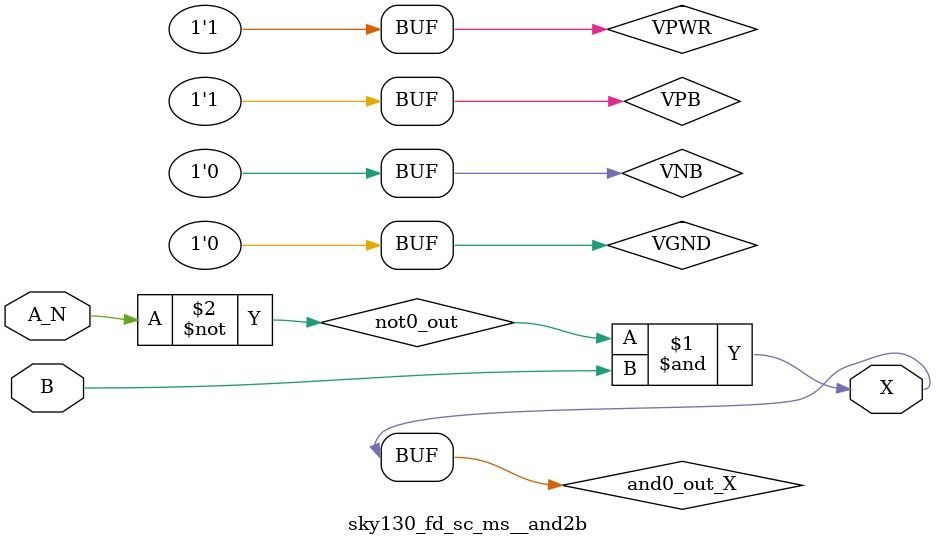
<source format=v>
/*
 * Copyright 2020 The SkyWater PDK Authors
 *
 * Licensed under the Apache License, Version 2.0 (the "License");
 * you may not use this file except in compliance with the License.
 * You may obtain a copy of the License at
 *
 *     https://www.apache.org/licenses/LICENSE-2.0
 *
 * Unless required by applicable law or agreed to in writing, software
 * distributed under the License is distributed on an "AS IS" BASIS,
 * WITHOUT WARRANTIES OR CONDITIONS OF ANY KIND, either express or implied.
 * See the License for the specific language governing permissions and
 * limitations under the License.
 *
 * SPDX-License-Identifier: Apache-2.0
*/


`ifndef SKY130_FD_SC_MS__AND2B_BEHAVIORAL_V
`define SKY130_FD_SC_MS__AND2B_BEHAVIORAL_V

/**
 * and2b: 2-input AND, first input inverted.
 *
 * Verilog simulation functional model.
 */

`timescale 1ns / 1ps
`default_nettype none

`celldefine
module sky130_fd_sc_ms__and2b (
    X  ,
    A_N,
    B
);

    // Module ports
    output X  ;
    input  A_N;
    input  B  ;

    // Module supplies
    supply1 VPWR;
    supply0 VGND;
    supply1 VPB ;
    supply0 VNB ;

    // Local signals
    wire not0_out  ;
    wire and0_out_X;

    //  Name  Output      Other arguments
    not not0 (not0_out  , A_N            );
    and and0 (and0_out_X, not0_out, B    );
    buf buf0 (X         , and0_out_X     );

endmodule
`endcelldefine

`default_nettype wire
`endif  // SKY130_FD_SC_MS__AND2B_BEHAVIORAL_V
</source>
